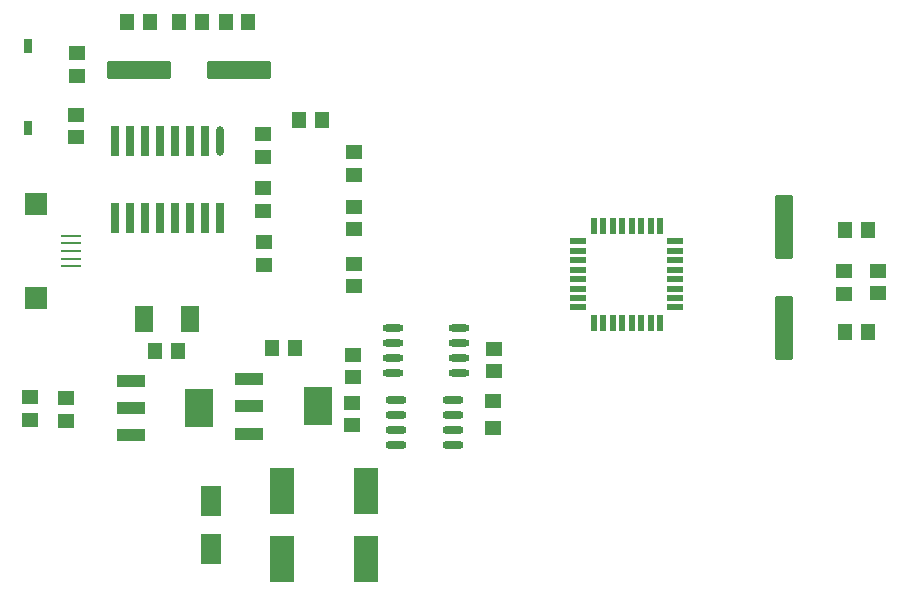
<source format=gtp>
G04*
G04 #@! TF.GenerationSoftware,Altium Limited,Altium Designer,21.2.1 (34)*
G04*
G04 Layer_Color=8421504*
%FSLAX43Y43*%
%MOMM*%
G71*
G04*
G04 #@! TF.SameCoordinates,427E456E-B420-4228-82AE-AA47295AEFF1*
G04*
G04*
G04 #@! TF.FilePolarity,Positive*
G04*
G01*
G75*
%ADD23R,1.400X1.200*%
%ADD24R,1.473X0.508*%
%ADD25R,0.508X1.473*%
G04:AMPARAMS|DCode=26|XSize=5.5mm|YSize=1.5mm|CornerRadius=0.188mm|HoleSize=0mm|Usage=FLASHONLY|Rotation=90.000|XOffset=0mm|YOffset=0mm|HoleType=Round|Shape=RoundedRectangle|*
%AMROUNDEDRECTD26*
21,1,5.500,1.125,0,0,90.0*
21,1,5.125,1.500,0,0,90.0*
1,1,0.375,0.563,2.563*
1,1,0.375,0.563,-2.563*
1,1,0.375,-0.563,-2.563*
1,1,0.375,-0.563,2.563*
%
%ADD26ROUNDEDRECTD26*%
%ADD27R,1.200X1.400*%
%ADD28R,2.000X4.000*%
%ADD29R,1.626X2.286*%
%ADD30R,1.778X0.254*%
%ADD31R,1.900X1.900*%
%ADD32R,0.635X2.500*%
%ADD33O,0.635X2.500*%
G04:AMPARAMS|DCode=34|XSize=5.5mm|YSize=1.5mm|CornerRadius=0.188mm|HoleSize=0mm|Usage=FLASHONLY|Rotation=180.000|XOffset=0mm|YOffset=0mm|HoleType=Round|Shape=RoundedRectangle|*
%AMROUNDEDRECTD34*
21,1,5.500,1.125,0,0,180.0*
21,1,5.125,1.500,0,0,180.0*
1,1,0.375,-2.563,0.563*
1,1,0.375,2.563,0.563*
1,1,0.375,2.563,-0.563*
1,1,0.375,-2.563,-0.563*
%
%ADD34ROUNDEDRECTD34*%
%ADD35R,0.800X1.200*%
%ADD36R,2.400X1.000*%
%ADD37R,2.400X3.300*%
%ADD38O,1.780X0.720*%
%ADD39R,1.700X2.500*%
%ADD40O,1.800X0.600*%
%ADD41R,1.397X1.270*%
D23*
X113985Y78289D02*
D03*
Y76389D02*
D03*
X114043Y71817D02*
D03*
Y73717D02*
D03*
X121661Y81345D02*
D03*
Y79445D02*
D03*
Y71877D02*
D03*
Y69977D02*
D03*
Y76703D02*
D03*
Y74803D02*
D03*
X166055Y71309D02*
D03*
Y69409D02*
D03*
X121600Y62300D02*
D03*
Y64200D02*
D03*
X98168Y82612D02*
D03*
Y84512D02*
D03*
X121539Y58241D02*
D03*
Y60141D02*
D03*
X133542Y62800D02*
D03*
Y64700D02*
D03*
X98237Y89719D02*
D03*
Y87819D02*
D03*
X113985Y82861D02*
D03*
Y80961D02*
D03*
X163195Y69347D02*
D03*
Y71247D02*
D03*
X94234Y60574D02*
D03*
Y58674D02*
D03*
X97285Y60517D02*
D03*
Y58617D02*
D03*
D24*
X148895Y68199D02*
D03*
Y68986D02*
D03*
Y69799D02*
D03*
Y70587D02*
D03*
Y71399D02*
D03*
Y72187D02*
D03*
Y73000D02*
D03*
Y73787D02*
D03*
X140665D02*
D03*
Y73000D02*
D03*
Y72187D02*
D03*
Y71399D02*
D03*
Y70587D02*
D03*
Y69799D02*
D03*
Y68986D02*
D03*
Y68199D02*
D03*
D25*
X147574Y75108D02*
D03*
X146787D02*
D03*
X145974D02*
D03*
X145186D02*
D03*
X144374D02*
D03*
X143586D02*
D03*
X142773D02*
D03*
X141986D02*
D03*
Y66878D02*
D03*
X142773D02*
D03*
X143586D02*
D03*
X144374D02*
D03*
X145186D02*
D03*
X145974D02*
D03*
X146787D02*
D03*
X147574D02*
D03*
D26*
X158115Y66489D02*
D03*
Y74989D02*
D03*
D27*
X163266Y66102D02*
D03*
X165166D02*
D03*
X116651Y64767D02*
D03*
X114751D02*
D03*
X104845Y64513D02*
D03*
X106745D02*
D03*
X110814Y92326D02*
D03*
X112714D02*
D03*
X106877D02*
D03*
X108777D02*
D03*
X102474Y92344D02*
D03*
X104374D02*
D03*
X118929Y84077D02*
D03*
X117029D02*
D03*
X165166Y74738D02*
D03*
X163266D02*
D03*
D28*
X122682Y52684D02*
D03*
Y46884D02*
D03*
X115570D02*
D03*
Y52684D02*
D03*
D29*
X103911Y67183D02*
D03*
X107823D02*
D03*
D30*
X97747Y74276D02*
D03*
Y73626D02*
D03*
Y72976D02*
D03*
Y72326D02*
D03*
Y71706D02*
D03*
D31*
X94779Y76926D02*
D03*
Y69026D02*
D03*
D32*
X110363Y75796D02*
D03*
X109093D02*
D03*
X107823D02*
D03*
X106553D02*
D03*
X105283D02*
D03*
X104013D02*
D03*
X102743D02*
D03*
X101473D02*
D03*
X101473Y82296D02*
D03*
X102743D02*
D03*
X104013D02*
D03*
X105283D02*
D03*
X106553D02*
D03*
X107823D02*
D03*
X109093D02*
D03*
D33*
X110363D02*
D03*
D34*
X103446Y88265D02*
D03*
X111946D02*
D03*
D35*
X94056Y90357D02*
D03*
Y83357D02*
D03*
D36*
X102764Y61990D02*
D03*
Y59690D02*
D03*
Y57390D02*
D03*
X112797Y62117D02*
D03*
Y59817D02*
D03*
Y57517D02*
D03*
D37*
X108564Y59690D02*
D03*
X118597Y59817D02*
D03*
D38*
X125195Y60325D02*
D03*
Y59055D02*
D03*
Y57785D02*
D03*
Y56515D02*
D03*
X130075Y60325D02*
D03*
Y59055D02*
D03*
Y57785D02*
D03*
Y56515D02*
D03*
D39*
X109601Y47784D02*
D03*
Y51784D02*
D03*
D40*
X130587Y62649D02*
D03*
Y63919D02*
D03*
Y65189D02*
D03*
Y66459D02*
D03*
X124937Y62649D02*
D03*
Y63919D02*
D03*
Y65189D02*
D03*
Y66459D02*
D03*
D41*
X133477Y60308D02*
D03*
Y58022D02*
D03*
M02*

</source>
